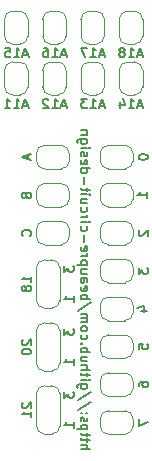
<source format=gbo>
%TF.GenerationSoftware,KiCad,Pcbnew,(6.0.2)*%
%TF.CreationDate,2022-03-14T15:32:47-04:00*%
%TF.ProjectId,23XX-Adapter,32335858-2d41-4646-9170-7465722e6b69,2*%
%TF.SameCoordinates,Original*%
%TF.FileFunction,Legend,Bot*%
%TF.FilePolarity,Positive*%
%FSLAX46Y46*%
G04 Gerber Fmt 4.6, Leading zero omitted, Abs format (unit mm)*
G04 Created by KiCad (PCBNEW (6.0.2)) date 2022-03-14 15:32:47*
%MOMM*%
%LPD*%
G01*
G04 APERTURE LIST*
G04 Aperture macros list*
%AMFreePoly0*
4,1,22,0.500000,-0.750000,0.000000,-0.750000,0.000000,-0.745033,-0.079941,-0.743568,-0.215256,-0.701293,-0.333266,-0.622738,-0.424486,-0.514219,-0.481581,-0.384460,-0.499164,-0.250000,-0.500000,-0.250000,-0.500000,0.250000,-0.499164,0.250000,-0.499963,0.256109,-0.478152,0.396186,-0.417904,0.524511,-0.324060,0.630769,-0.204165,0.706417,-0.067858,0.745374,0.000000,0.744959,0.000000,0.750000,
0.500000,0.750000,0.500000,-0.750000,0.500000,-0.750000,$1*%
%AMFreePoly1*
4,1,20,0.000000,0.744959,0.073905,0.744508,0.209726,0.703889,0.328688,0.626782,0.421226,0.519385,0.479903,0.390333,0.500000,0.250000,0.500000,-0.250000,0.499851,-0.262216,0.476331,-0.402017,0.414519,-0.529596,0.319384,-0.634700,0.198574,-0.708877,0.061801,-0.746166,0.000000,-0.745033,0.000000,-0.750000,-0.500000,-0.750000,-0.500000,0.750000,0.000000,0.750000,0.000000,0.744959,
0.000000,0.744959,$1*%
%AMFreePoly2*
4,1,22,0.550000,-0.750000,0.000000,-0.750000,0.000000,-0.745033,-0.079941,-0.743568,-0.215256,-0.701293,-0.333266,-0.622738,-0.424486,-0.514219,-0.481581,-0.384460,-0.499164,-0.250000,-0.500000,-0.250000,-0.500000,0.250000,-0.499164,0.250000,-0.499963,0.256109,-0.478152,0.396186,-0.417904,0.524511,-0.324060,0.630769,-0.204165,0.706417,-0.067858,0.745374,0.000000,0.744959,0.000000,0.750000,
0.550000,0.750000,0.550000,-0.750000,0.550000,-0.750000,$1*%
%AMFreePoly3*
4,1,20,0.000000,0.744959,0.073905,0.744508,0.209726,0.703889,0.328688,0.626782,0.421226,0.519385,0.479903,0.390333,0.500000,0.250000,0.500000,-0.250000,0.499851,-0.262216,0.476331,-0.402017,0.414519,-0.529596,0.319384,-0.634700,0.198574,-0.708877,0.061801,-0.746166,0.000000,-0.745033,0.000000,-0.750000,-0.550000,-0.750000,-0.550000,0.750000,0.000000,0.750000,0.000000,0.744959,
0.000000,0.744959,$1*%
G04 Aperture macros list end*
%ADD10C,0.152400*%
%ADD11C,0.151400*%
%ADD12C,0.120000*%
%ADD13C,1.600000*%
%ADD14O,1.600000X1.600000*%
%ADD15O,1.000000X1.000000*%
%ADD16R,1.000000X1.000000*%
%ADD17FreePoly0,180.000000*%
%ADD18FreePoly1,180.000000*%
%ADD19FreePoly2,90.000000*%
%ADD20R,1.500000X1.000000*%
%ADD21FreePoly3,90.000000*%
%ADD22FreePoly0,270.000000*%
%ADD23FreePoly1,270.000000*%
%ADD24FreePoly0,90.000000*%
%ADD25FreePoly1,90.000000*%
G04 APERTURE END LIST*
D10*
X153154895Y-110739067D02*
X153154895Y-111280934D01*
X153967695Y-110932591D01*
X143641942Y-91833200D02*
X143680647Y-91949314D01*
X143719352Y-91988019D01*
X143796761Y-92026723D01*
X143912876Y-92026723D01*
X143990285Y-91988019D01*
X144028990Y-91949314D01*
X144067695Y-91871904D01*
X144067695Y-91562266D01*
X143254895Y-91562266D01*
X143254895Y-91833200D01*
X143293600Y-91910609D01*
X143332304Y-91949314D01*
X143409714Y-91988019D01*
X143487123Y-91988019D01*
X143564533Y-91949314D01*
X143603238Y-91910609D01*
X143641942Y-91833200D01*
X143641942Y-91562266D01*
X143760619Y-84177466D02*
X143373571Y-84177466D01*
X143838028Y-84409695D02*
X143567095Y-83596895D01*
X143296161Y-84409695D01*
X142599476Y-84409695D02*
X143063933Y-84409695D01*
X142831704Y-84409695D02*
X142831704Y-83596895D01*
X142909114Y-83713009D01*
X142986523Y-83790419D01*
X143063933Y-83829123D01*
X141825380Y-84409695D02*
X142289838Y-84409695D01*
X142057609Y-84409695D02*
X142057609Y-83596895D01*
X142135019Y-83713009D01*
X142212428Y-83790419D01*
X142289838Y-83829123D01*
X153154895Y-104783524D02*
X153154895Y-104396477D01*
X153541942Y-104357772D01*
X153503238Y-104396477D01*
X153464533Y-104473886D01*
X153464533Y-104667410D01*
X153503238Y-104744820D01*
X153541942Y-104783524D01*
X153619352Y-104822229D01*
X153812876Y-104822229D01*
X153890285Y-104783524D01*
X153928990Y-104744820D01*
X153967695Y-104667410D01*
X153967695Y-104473886D01*
X153928990Y-104396477D01*
X153890285Y-104357772D01*
X153867695Y-91982229D02*
X153867695Y-91517772D01*
X153867695Y-91750001D02*
X153054895Y-91750001D01*
X153171009Y-91672591D01*
X153248419Y-91595181D01*
X153287123Y-91517772D01*
X153232304Y-94727772D02*
X153193600Y-94766477D01*
X153154895Y-94843886D01*
X153154895Y-95037410D01*
X153193600Y-95114820D01*
X153232304Y-95153524D01*
X153309714Y-95192229D01*
X153387123Y-95192229D01*
X153503238Y-95153524D01*
X153967695Y-94689067D01*
X153967695Y-95192229D01*
X148249804Y-113263609D02*
X149062604Y-113263609D01*
X148249804Y-112915266D02*
X148675557Y-112915266D01*
X148752966Y-112953971D01*
X148791671Y-113031380D01*
X148791671Y-113147495D01*
X148752966Y-113224904D01*
X148714261Y-113263609D01*
X148791671Y-112644333D02*
X148791671Y-112334695D01*
X149062604Y-112528219D02*
X148365919Y-112528219D01*
X148288509Y-112489514D01*
X148249804Y-112412104D01*
X148249804Y-112334695D01*
X148791671Y-112179876D02*
X148791671Y-111870238D01*
X149062604Y-112063761D02*
X148365919Y-112063761D01*
X148288509Y-112025057D01*
X148249804Y-111947647D01*
X148249804Y-111870238D01*
X148791671Y-111599304D02*
X147978871Y-111599304D01*
X148752966Y-111599304D02*
X148791671Y-111521895D01*
X148791671Y-111367076D01*
X148752966Y-111289666D01*
X148714261Y-111250961D01*
X148636852Y-111212257D01*
X148404623Y-111212257D01*
X148327214Y-111250961D01*
X148288509Y-111289666D01*
X148249804Y-111367076D01*
X148249804Y-111521895D01*
X148288509Y-111599304D01*
X148288509Y-110902619D02*
X148249804Y-110825209D01*
X148249804Y-110670390D01*
X148288509Y-110592980D01*
X148365919Y-110554276D01*
X148404623Y-110554276D01*
X148482033Y-110592980D01*
X148520738Y-110670390D01*
X148520738Y-110786504D01*
X148559442Y-110863914D01*
X148636852Y-110902619D01*
X148675557Y-110902619D01*
X148752966Y-110863914D01*
X148791671Y-110786504D01*
X148791671Y-110670390D01*
X148752966Y-110592980D01*
X148327214Y-110205933D02*
X148288509Y-110167228D01*
X148249804Y-110205933D01*
X148288509Y-110244638D01*
X148327214Y-110205933D01*
X148249804Y-110205933D01*
X148752966Y-110205933D02*
X148714261Y-110167228D01*
X148675557Y-110205933D01*
X148714261Y-110244638D01*
X148752966Y-110205933D01*
X148675557Y-110205933D01*
X149101309Y-109238314D02*
X148056280Y-109935000D01*
X149101309Y-108386809D02*
X148056280Y-109083495D01*
X148791671Y-107767533D02*
X148133690Y-107767533D01*
X148056280Y-107806238D01*
X148017576Y-107844942D01*
X147978871Y-107922352D01*
X147978871Y-108038466D01*
X148017576Y-108115876D01*
X148288509Y-107767533D02*
X148249804Y-107844942D01*
X148249804Y-107999761D01*
X148288509Y-108077171D01*
X148327214Y-108115876D01*
X148404623Y-108154580D01*
X148636852Y-108154580D01*
X148714261Y-108115876D01*
X148752966Y-108077171D01*
X148791671Y-107999761D01*
X148791671Y-107844942D01*
X148752966Y-107767533D01*
X148249804Y-107380485D02*
X148791671Y-107380485D01*
X149062604Y-107380485D02*
X149023900Y-107419190D01*
X148985195Y-107380485D01*
X149023900Y-107341780D01*
X149062604Y-107380485D01*
X148985195Y-107380485D01*
X148791671Y-107109552D02*
X148791671Y-106799914D01*
X149062604Y-106993438D02*
X148365919Y-106993438D01*
X148288509Y-106954733D01*
X148249804Y-106877323D01*
X148249804Y-106799914D01*
X148249804Y-106528980D02*
X149062604Y-106528980D01*
X148249804Y-106180638D02*
X148675557Y-106180638D01*
X148752966Y-106219342D01*
X148791671Y-106296752D01*
X148791671Y-106412866D01*
X148752966Y-106490276D01*
X148714261Y-106528980D01*
X148791671Y-105445247D02*
X148249804Y-105445247D01*
X148791671Y-105793590D02*
X148365919Y-105793590D01*
X148288509Y-105754885D01*
X148249804Y-105677476D01*
X148249804Y-105561361D01*
X148288509Y-105483952D01*
X148327214Y-105445247D01*
X148249804Y-105058200D02*
X149062604Y-105058200D01*
X148752966Y-105058200D02*
X148791671Y-104980790D01*
X148791671Y-104825971D01*
X148752966Y-104748561D01*
X148714261Y-104709857D01*
X148636852Y-104671152D01*
X148404623Y-104671152D01*
X148327214Y-104709857D01*
X148288509Y-104748561D01*
X148249804Y-104825971D01*
X148249804Y-104980790D01*
X148288509Y-105058200D01*
X148327214Y-104322809D02*
X148288509Y-104284104D01*
X148249804Y-104322809D01*
X148288509Y-104361514D01*
X148327214Y-104322809D01*
X148249804Y-104322809D01*
X148288509Y-103587419D02*
X148249804Y-103664828D01*
X148249804Y-103819647D01*
X148288509Y-103897057D01*
X148327214Y-103935761D01*
X148404623Y-103974466D01*
X148636852Y-103974466D01*
X148714261Y-103935761D01*
X148752966Y-103897057D01*
X148791671Y-103819647D01*
X148791671Y-103664828D01*
X148752966Y-103587419D01*
X148249804Y-103122961D02*
X148288509Y-103200371D01*
X148327214Y-103239076D01*
X148404623Y-103277780D01*
X148636852Y-103277780D01*
X148714261Y-103239076D01*
X148752966Y-103200371D01*
X148791671Y-103122961D01*
X148791671Y-103006847D01*
X148752966Y-102929438D01*
X148714261Y-102890733D01*
X148636852Y-102852028D01*
X148404623Y-102852028D01*
X148327214Y-102890733D01*
X148288509Y-102929438D01*
X148249804Y-103006847D01*
X148249804Y-103122961D01*
X148249804Y-102503685D02*
X148791671Y-102503685D01*
X148714261Y-102503685D02*
X148752966Y-102464980D01*
X148791671Y-102387571D01*
X148791671Y-102271457D01*
X148752966Y-102194047D01*
X148675557Y-102155342D01*
X148249804Y-102155342D01*
X148675557Y-102155342D02*
X148752966Y-102116638D01*
X148791671Y-102039228D01*
X148791671Y-101923114D01*
X148752966Y-101845704D01*
X148675557Y-101807000D01*
X148249804Y-101807000D01*
X149101309Y-100839380D02*
X148056280Y-101536066D01*
X148249804Y-100568447D02*
X149062604Y-100568447D01*
X148752966Y-100568447D02*
X148791671Y-100491038D01*
X148791671Y-100336219D01*
X148752966Y-100258809D01*
X148714261Y-100220104D01*
X148636852Y-100181400D01*
X148404623Y-100181400D01*
X148327214Y-100220104D01*
X148288509Y-100258809D01*
X148249804Y-100336219D01*
X148249804Y-100491038D01*
X148288509Y-100568447D01*
X148288509Y-99523419D02*
X148249804Y-99600828D01*
X148249804Y-99755647D01*
X148288509Y-99833057D01*
X148365919Y-99871761D01*
X148675557Y-99871761D01*
X148752966Y-99833057D01*
X148791671Y-99755647D01*
X148791671Y-99600828D01*
X148752966Y-99523419D01*
X148675557Y-99484714D01*
X148598147Y-99484714D01*
X148520738Y-99871761D01*
X148249804Y-98788028D02*
X148675557Y-98788028D01*
X148752966Y-98826733D01*
X148791671Y-98904142D01*
X148791671Y-99058961D01*
X148752966Y-99136371D01*
X148288509Y-98788028D02*
X148249804Y-98865438D01*
X148249804Y-99058961D01*
X148288509Y-99136371D01*
X148365919Y-99175076D01*
X148443328Y-99175076D01*
X148520738Y-99136371D01*
X148559442Y-99058961D01*
X148559442Y-98865438D01*
X148598147Y-98788028D01*
X148791671Y-98052638D02*
X148249804Y-98052638D01*
X148791671Y-98400980D02*
X148365919Y-98400980D01*
X148288509Y-98362276D01*
X148249804Y-98284866D01*
X148249804Y-98168752D01*
X148288509Y-98091342D01*
X148327214Y-98052638D01*
X148791671Y-97665590D02*
X147978871Y-97665590D01*
X148752966Y-97665590D02*
X148791671Y-97588180D01*
X148791671Y-97433361D01*
X148752966Y-97355952D01*
X148714261Y-97317247D01*
X148636852Y-97278542D01*
X148404623Y-97278542D01*
X148327214Y-97317247D01*
X148288509Y-97355952D01*
X148249804Y-97433361D01*
X148249804Y-97588180D01*
X148288509Y-97665590D01*
X148249804Y-96930200D02*
X148791671Y-96930200D01*
X148636852Y-96930200D02*
X148714261Y-96891495D01*
X148752966Y-96852790D01*
X148791671Y-96775380D01*
X148791671Y-96697971D01*
X148288509Y-96117400D02*
X148249804Y-96194809D01*
X148249804Y-96349628D01*
X148288509Y-96427038D01*
X148365919Y-96465742D01*
X148675557Y-96465742D01*
X148752966Y-96427038D01*
X148791671Y-96349628D01*
X148791671Y-96194809D01*
X148752966Y-96117400D01*
X148675557Y-96078695D01*
X148598147Y-96078695D01*
X148520738Y-96465742D01*
X148559442Y-95730352D02*
X148559442Y-95111076D01*
X148288509Y-94375685D02*
X148249804Y-94453095D01*
X148249804Y-94607914D01*
X148288509Y-94685323D01*
X148327214Y-94724028D01*
X148404623Y-94762733D01*
X148636852Y-94762733D01*
X148714261Y-94724028D01*
X148752966Y-94685323D01*
X148791671Y-94607914D01*
X148791671Y-94453095D01*
X148752966Y-94375685D01*
X148249804Y-94027342D02*
X148791671Y-94027342D01*
X149062604Y-94027342D02*
X149023900Y-94066047D01*
X148985195Y-94027342D01*
X149023900Y-93988638D01*
X149062604Y-94027342D01*
X148985195Y-94027342D01*
X148249804Y-93640295D02*
X148791671Y-93640295D01*
X148636852Y-93640295D02*
X148714261Y-93601590D01*
X148752966Y-93562885D01*
X148791671Y-93485476D01*
X148791671Y-93408066D01*
X148288509Y-92788790D02*
X148249804Y-92866200D01*
X148249804Y-93021019D01*
X148288509Y-93098428D01*
X148327214Y-93137133D01*
X148404623Y-93175838D01*
X148636852Y-93175838D01*
X148714261Y-93137133D01*
X148752966Y-93098428D01*
X148791671Y-93021019D01*
X148791671Y-92866200D01*
X148752966Y-92788790D01*
X148791671Y-92092104D02*
X148249804Y-92092104D01*
X148791671Y-92440447D02*
X148365919Y-92440447D01*
X148288509Y-92401742D01*
X148249804Y-92324333D01*
X148249804Y-92208219D01*
X148288509Y-92130809D01*
X148327214Y-92092104D01*
X148249804Y-91705057D02*
X148791671Y-91705057D01*
X149062604Y-91705057D02*
X149023900Y-91743761D01*
X148985195Y-91705057D01*
X149023900Y-91666352D01*
X149062604Y-91705057D01*
X148985195Y-91705057D01*
X148791671Y-91434123D02*
X148791671Y-91124485D01*
X149062604Y-91318009D02*
X148365919Y-91318009D01*
X148288509Y-91279304D01*
X148249804Y-91201895D01*
X148249804Y-91124485D01*
X148559442Y-90853552D02*
X148559442Y-90234276D01*
X148249804Y-89498885D02*
X149062604Y-89498885D01*
X148288509Y-89498885D02*
X148249804Y-89576295D01*
X148249804Y-89731114D01*
X148288509Y-89808523D01*
X148327214Y-89847228D01*
X148404623Y-89885933D01*
X148636852Y-89885933D01*
X148714261Y-89847228D01*
X148752966Y-89808523D01*
X148791671Y-89731114D01*
X148791671Y-89576295D01*
X148752966Y-89498885D01*
X148288509Y-88802200D02*
X148249804Y-88879609D01*
X148249804Y-89034428D01*
X148288509Y-89111838D01*
X148365919Y-89150542D01*
X148675557Y-89150542D01*
X148752966Y-89111838D01*
X148791671Y-89034428D01*
X148791671Y-88879609D01*
X148752966Y-88802200D01*
X148675557Y-88763495D01*
X148598147Y-88763495D01*
X148520738Y-89150542D01*
X148288509Y-88453857D02*
X148249804Y-88376447D01*
X148249804Y-88221628D01*
X148288509Y-88144219D01*
X148365919Y-88105514D01*
X148404623Y-88105514D01*
X148482033Y-88144219D01*
X148520738Y-88221628D01*
X148520738Y-88337742D01*
X148559442Y-88415152D01*
X148636852Y-88453857D01*
X148675557Y-88453857D01*
X148752966Y-88415152D01*
X148791671Y-88337742D01*
X148791671Y-88221628D01*
X148752966Y-88144219D01*
X148249804Y-87757171D02*
X148791671Y-87757171D01*
X149062604Y-87757171D02*
X149023900Y-87795876D01*
X148985195Y-87757171D01*
X149023900Y-87718466D01*
X149062604Y-87757171D01*
X148985195Y-87757171D01*
X148791671Y-87021780D02*
X148133690Y-87021780D01*
X148056280Y-87060485D01*
X148017576Y-87099190D01*
X147978871Y-87176600D01*
X147978871Y-87292714D01*
X148017576Y-87370123D01*
X148288509Y-87021780D02*
X148249804Y-87099190D01*
X148249804Y-87254009D01*
X148288509Y-87331419D01*
X148327214Y-87370123D01*
X148404623Y-87408828D01*
X148636852Y-87408828D01*
X148714261Y-87370123D01*
X148752966Y-87331419D01*
X148791671Y-87254009D01*
X148791671Y-87099190D01*
X148752966Y-87021780D01*
X148791671Y-86634733D02*
X148249804Y-86634733D01*
X148714261Y-86634733D02*
X148752966Y-86596028D01*
X148791671Y-86518619D01*
X148791671Y-86402504D01*
X148752966Y-86325095D01*
X148675557Y-86286390D01*
X148249804Y-86286390D01*
X153474619Y-84177466D02*
X153087571Y-84177466D01*
X153552028Y-84409695D02*
X153281095Y-83596895D01*
X153010161Y-84409695D01*
X152313476Y-84409695D02*
X152777933Y-84409695D01*
X152545704Y-84409695D02*
X152545704Y-83596895D01*
X152623114Y-83713009D01*
X152700523Y-83790419D01*
X152777933Y-83829123D01*
X151616790Y-83867828D02*
X151616790Y-84409695D01*
X151810314Y-83558190D02*
X152003838Y-84138761D01*
X151500676Y-84138761D01*
X143990285Y-95211580D02*
X144028990Y-95172876D01*
X144067695Y-95056761D01*
X144067695Y-94979352D01*
X144028990Y-94863238D01*
X143951580Y-94785828D01*
X143874171Y-94747123D01*
X143719352Y-94708419D01*
X143603238Y-94708419D01*
X143448419Y-94747123D01*
X143371009Y-94785828D01*
X143293600Y-94863238D01*
X143254895Y-94979352D01*
X143254895Y-95056761D01*
X143293600Y-95172876D01*
X143332304Y-95211580D01*
X143332304Y-103994147D02*
X143293600Y-104032852D01*
X143254895Y-104110262D01*
X143254895Y-104303785D01*
X143293600Y-104381195D01*
X143332304Y-104419900D01*
X143409714Y-104458604D01*
X143487123Y-104458604D01*
X143603238Y-104419900D01*
X144067695Y-103955443D01*
X144067695Y-104458604D01*
X143254895Y-104961766D02*
X143254895Y-105039176D01*
X143293600Y-105116585D01*
X143332304Y-105155290D01*
X143409714Y-105193995D01*
X143564533Y-105232700D01*
X143758057Y-105232700D01*
X143912876Y-105193995D01*
X143990285Y-105155290D01*
X144028990Y-105116585D01*
X144067695Y-105039176D01*
X144067695Y-104961766D01*
X144028990Y-104884357D01*
X143990285Y-104845652D01*
X143912876Y-104806947D01*
X143758057Y-104768243D01*
X143564533Y-104768243D01*
X143409714Y-104806947D01*
X143332304Y-104845652D01*
X143293600Y-104884357D01*
X143254895Y-104961766D01*
X143760619Y-79859466D02*
X143373571Y-79859466D01*
X143838028Y-80091695D02*
X143567095Y-79278895D01*
X143296161Y-80091695D01*
X142599476Y-80091695D02*
X143063933Y-80091695D01*
X142831704Y-80091695D02*
X142831704Y-79278895D01*
X142909114Y-79395009D01*
X142986523Y-79472419D01*
X143063933Y-79511123D01*
X141864085Y-79278895D02*
X142251133Y-79278895D01*
X142289838Y-79665942D01*
X142251133Y-79627238D01*
X142173723Y-79588533D01*
X141980200Y-79588533D01*
X141902790Y-79627238D01*
X141864085Y-79665942D01*
X141825380Y-79743352D01*
X141825380Y-79936876D01*
X141864085Y-80014285D01*
X141902790Y-80052990D01*
X141980200Y-80091695D01*
X142173723Y-80091695D01*
X142251133Y-80052990D01*
X142289838Y-80014285D01*
X153154895Y-107954820D02*
X153154895Y-107800001D01*
X153193600Y-107722591D01*
X153232304Y-107683886D01*
X153348419Y-107606477D01*
X153503238Y-107567772D01*
X153812876Y-107567772D01*
X153890285Y-107606477D01*
X153928990Y-107645181D01*
X153967695Y-107722591D01*
X153967695Y-107877410D01*
X153928990Y-107954820D01*
X153890285Y-107993524D01*
X153812876Y-108032229D01*
X153619352Y-108032229D01*
X153541942Y-107993524D01*
X153503238Y-107954820D01*
X153464533Y-107877410D01*
X153464533Y-107722591D01*
X153503238Y-107645181D01*
X153541942Y-107606477D01*
X153619352Y-107567772D01*
X153325828Y-101534820D02*
X153867695Y-101534820D01*
X153016190Y-101341296D02*
X153596761Y-101147772D01*
X153596761Y-101650934D01*
X146998619Y-84177466D02*
X146611571Y-84177466D01*
X147076028Y-84409695D02*
X146805095Y-83596895D01*
X146534161Y-84409695D01*
X145837476Y-84409695D02*
X146301933Y-84409695D01*
X146069704Y-84409695D02*
X146069704Y-83596895D01*
X146147114Y-83713009D01*
X146224523Y-83790419D01*
X146301933Y-83829123D01*
X145527838Y-83674304D02*
X145489133Y-83635600D01*
X145411723Y-83596895D01*
X145218200Y-83596895D01*
X145140790Y-83635600D01*
X145102085Y-83674304D01*
X145063380Y-83751714D01*
X145063380Y-83829123D01*
X145102085Y-83945238D01*
X145566542Y-84409695D01*
X145063380Y-84409695D01*
X144067695Y-99129177D02*
X144067695Y-98664720D01*
X144067695Y-98896949D02*
X143254895Y-98896949D01*
X143371009Y-98819539D01*
X143448419Y-98742130D01*
X143487123Y-98664720D01*
X143603238Y-99593635D02*
X143564533Y-99516225D01*
X143525828Y-99477520D01*
X143448419Y-99438816D01*
X143409714Y-99438816D01*
X143332304Y-99477520D01*
X143293600Y-99516225D01*
X143254895Y-99593635D01*
X143254895Y-99748454D01*
X143293600Y-99825863D01*
X143332304Y-99864568D01*
X143409714Y-99903273D01*
X143448419Y-99903273D01*
X143525828Y-99864568D01*
X143564533Y-99825863D01*
X143603238Y-99748454D01*
X143603238Y-99593635D01*
X143641942Y-99516225D01*
X143680647Y-99477520D01*
X143758057Y-99438816D01*
X143912876Y-99438816D01*
X143990285Y-99477520D01*
X144028990Y-99516225D01*
X144067695Y-99593635D01*
X144067695Y-99748454D01*
X144028990Y-99825863D01*
X143990285Y-99864568D01*
X143912876Y-99903273D01*
X143758057Y-99903273D01*
X143680647Y-99864568D01*
X143641942Y-99825863D01*
X143603238Y-99748454D01*
X150236619Y-84177466D02*
X149849571Y-84177466D01*
X150314028Y-84409695D02*
X150043095Y-83596895D01*
X149772161Y-84409695D01*
X149075476Y-84409695D02*
X149539933Y-84409695D01*
X149307704Y-84409695D02*
X149307704Y-83596895D01*
X149385114Y-83713009D01*
X149462523Y-83790419D01*
X149539933Y-83829123D01*
X148804542Y-83596895D02*
X148301380Y-83596895D01*
X148572314Y-83906533D01*
X148456200Y-83906533D01*
X148378790Y-83945238D01*
X148340085Y-83983942D01*
X148301380Y-84061352D01*
X148301380Y-84254876D01*
X148340085Y-84332285D01*
X148378790Y-84370990D01*
X148456200Y-84409695D01*
X148688428Y-84409695D01*
X148765838Y-84370990D01*
X148804542Y-84332285D01*
X146998619Y-79859466D02*
X146611571Y-79859466D01*
X147076028Y-80091695D02*
X146805095Y-79278895D01*
X146534161Y-80091695D01*
X145837476Y-80091695D02*
X146301933Y-80091695D01*
X146069704Y-80091695D02*
X146069704Y-79278895D01*
X146147114Y-79395009D01*
X146224523Y-79472419D01*
X146301933Y-79511123D01*
X145140790Y-79278895D02*
X145295609Y-79278895D01*
X145373019Y-79317600D01*
X145411723Y-79356304D01*
X145489133Y-79472419D01*
X145527838Y-79627238D01*
X145527838Y-79936876D01*
X145489133Y-80014285D01*
X145450428Y-80052990D01*
X145373019Y-80091695D01*
X145218200Y-80091695D01*
X145140790Y-80052990D01*
X145102085Y-80014285D01*
X145063380Y-79936876D01*
X145063380Y-79743352D01*
X145102085Y-79665942D01*
X145140790Y-79627238D01*
X145218200Y-79588533D01*
X145373019Y-79588533D01*
X145450428Y-79627238D01*
X145489133Y-79665942D01*
X145527838Y-79743352D01*
X153474619Y-79859466D02*
X153087571Y-79859466D01*
X153552028Y-80091695D02*
X153281095Y-79278895D01*
X153010161Y-80091695D01*
X152313476Y-80091695D02*
X152777933Y-80091695D01*
X152545704Y-80091695D02*
X152545704Y-79278895D01*
X152623114Y-79395009D01*
X152700523Y-79472419D01*
X152777933Y-79511123D01*
X151849019Y-79627238D02*
X151926428Y-79588533D01*
X151965133Y-79549828D01*
X152003838Y-79472419D01*
X152003838Y-79433714D01*
X151965133Y-79356304D01*
X151926428Y-79317600D01*
X151849019Y-79278895D01*
X151694200Y-79278895D01*
X151616790Y-79317600D01*
X151578085Y-79356304D01*
X151539380Y-79433714D01*
X151539380Y-79472419D01*
X151578085Y-79549828D01*
X151616790Y-79588533D01*
X151694200Y-79627238D01*
X151849019Y-79627238D01*
X151926428Y-79665942D01*
X151965133Y-79704647D01*
X152003838Y-79782057D01*
X152003838Y-79936876D01*
X151965133Y-80014285D01*
X151926428Y-80052990D01*
X151849019Y-80091695D01*
X151694200Y-80091695D01*
X151616790Y-80052990D01*
X151578085Y-80014285D01*
X151539380Y-79936876D01*
X151539380Y-79782057D01*
X151578085Y-79704647D01*
X151616790Y-79665942D01*
X151694200Y-79627238D01*
X143835466Y-88346476D02*
X143835466Y-88733523D01*
X144067695Y-88269066D02*
X143254895Y-88540000D01*
X144067695Y-88810933D01*
X143332304Y-109323575D02*
X143293600Y-109362280D01*
X143254895Y-109439690D01*
X143254895Y-109633213D01*
X143293600Y-109710623D01*
X143332304Y-109749328D01*
X143409714Y-109788032D01*
X143487123Y-109788032D01*
X143603238Y-109749328D01*
X144067695Y-109284871D01*
X144067695Y-109788032D01*
X144067695Y-110562128D02*
X144067695Y-110097671D01*
X144067695Y-110329899D02*
X143254895Y-110329899D01*
X143371009Y-110252490D01*
X143448419Y-110175080D01*
X143487123Y-110097671D01*
D11*
X150236619Y-79860216D02*
X149849571Y-79860216D01*
X150314028Y-80092445D02*
X150043095Y-79279645D01*
X149772161Y-80092445D01*
X149075476Y-80092445D02*
X149539933Y-80092445D01*
X149307704Y-80092445D02*
X149307704Y-79279645D01*
X149385114Y-79395759D01*
X149462523Y-79473169D01*
X149539933Y-79511873D01*
X148804542Y-79279645D02*
X148262676Y-79279645D01*
X148611019Y-80092445D01*
D10*
X153154895Y-88501296D02*
X153154895Y-88578705D01*
X153193600Y-88656115D01*
X153232304Y-88694820D01*
X153309714Y-88733524D01*
X153464533Y-88772229D01*
X153658057Y-88772229D01*
X153812876Y-88733524D01*
X153890285Y-88694820D01*
X153928990Y-88656115D01*
X153967695Y-88578705D01*
X153967695Y-88501296D01*
X153928990Y-88423886D01*
X153890285Y-88385181D01*
X153812876Y-88346477D01*
X153658057Y-88307772D01*
X153464533Y-88307772D01*
X153309714Y-88346477D01*
X153232304Y-88385181D01*
X153193600Y-88423886D01*
X153154895Y-88501296D01*
X153154895Y-97899067D02*
X153154895Y-98402229D01*
X153464533Y-98131296D01*
X153464533Y-98247410D01*
X153503238Y-98324820D01*
X153541942Y-98363524D01*
X153619352Y-98402229D01*
X153812876Y-98402229D01*
X153890285Y-98363524D01*
X153928990Y-98324820D01*
X153967695Y-98247410D01*
X153967695Y-98015181D01*
X153928990Y-97937772D01*
X153890285Y-97899067D01*
X146854895Y-108396917D02*
X146854895Y-108900079D01*
X147164533Y-108629146D01*
X147164533Y-108745260D01*
X147203238Y-108822670D01*
X147241942Y-108861374D01*
X147319352Y-108900079D01*
X147512876Y-108900079D01*
X147590285Y-108861374D01*
X147628990Y-108822670D01*
X147667695Y-108745260D01*
X147667695Y-108513031D01*
X147628990Y-108435622D01*
X147590285Y-108396917D01*
X147667695Y-111450079D02*
X147667695Y-110985622D01*
X147667695Y-111217851D02*
X146854895Y-111217851D01*
X146971009Y-111140441D01*
X147048419Y-111063031D01*
X147087123Y-110985622D01*
X146854895Y-103067489D02*
X146854895Y-103570651D01*
X147164533Y-103299718D01*
X147164533Y-103415832D01*
X147203238Y-103493242D01*
X147241942Y-103531946D01*
X147319352Y-103570651D01*
X147512876Y-103570651D01*
X147590285Y-103531946D01*
X147628990Y-103493242D01*
X147667695Y-103415832D01*
X147667695Y-103183603D01*
X147628990Y-103106194D01*
X147590285Y-103067489D01*
X147667695Y-106120651D02*
X147667695Y-105656194D01*
X147667695Y-105888423D02*
X146854895Y-105888423D01*
X146971009Y-105811013D01*
X147048419Y-105733603D01*
X147087123Y-105656194D01*
X146854895Y-97738062D02*
X146854895Y-98241224D01*
X147164533Y-97970291D01*
X147164533Y-98086405D01*
X147203238Y-98163815D01*
X147241942Y-98202519D01*
X147319352Y-98241224D01*
X147512876Y-98241224D01*
X147590285Y-98202519D01*
X147628990Y-98163815D01*
X147667695Y-98086405D01*
X147667695Y-97854176D01*
X147628990Y-97776767D01*
X147590285Y-97738062D01*
X147667695Y-100791224D02*
X147667695Y-100326767D01*
X147667695Y-100558996D02*
X146854895Y-100558996D01*
X146971009Y-100481586D01*
X147048419Y-100404176D01*
X147087123Y-100326767D01*
D12*
X152000000Y-106800000D02*
X150600000Y-106800000D01*
X152700000Y-108100000D02*
X152700000Y-107500000D01*
X149900000Y-107500000D02*
X149900000Y-108100000D01*
X150600000Y-108800000D02*
X152000000Y-108800000D01*
X152700000Y-107500000D02*
G75*
G03*
X152000000Y-106800000I-699999J1D01*
G01*
X150600000Y-106800000D02*
G75*
G03*
X149900000Y-107500000I-1J-699999D01*
G01*
X152000000Y-108800000D02*
G75*
G03*
X152700000Y-108100000I1J699999D01*
G01*
X149900000Y-108100000D02*
G75*
G03*
X150600000Y-108800000I699999J-1D01*
G01*
X152000000Y-93960000D02*
X150600000Y-93960000D01*
X150600000Y-95960000D02*
X152000000Y-95960000D01*
X152700000Y-95260000D02*
X152700000Y-94660000D01*
X149900000Y-94660000D02*
X149900000Y-95260000D01*
X150600000Y-93960000D02*
G75*
G03*
X149900000Y-94660000I-1J-699999D01*
G01*
X149900000Y-95260000D02*
G75*
G03*
X150600000Y-95960000I699999J-1D01*
G01*
X152000000Y-95960000D02*
G75*
G03*
X152700000Y-95260000I1J699999D01*
G01*
X152700000Y-94660000D02*
G75*
G03*
X152000000Y-93960000I-699999J1D01*
G01*
X152000000Y-103590000D02*
X150600000Y-103590000D01*
X149900000Y-104290000D02*
X149900000Y-104890000D01*
X150600000Y-105590000D02*
X152000000Y-105590000D01*
X152700000Y-104890000D02*
X152700000Y-104290000D01*
X149900000Y-104890000D02*
G75*
G03*
X150600000Y-105590000I699999J-1D01*
G01*
X152000000Y-105590000D02*
G75*
G03*
X152700000Y-104890000I1J699999D01*
G01*
X150600000Y-103590000D02*
G75*
G03*
X149900000Y-104290000I-1J-699999D01*
G01*
X152700000Y-104290000D02*
G75*
G03*
X152000000Y-103590000I-699999J1D01*
G01*
X146500000Y-111342852D02*
X146500000Y-108542852D01*
X145800000Y-107892852D02*
X145200000Y-107892852D01*
X145200000Y-111992852D02*
X145800000Y-111992852D01*
X144500000Y-108542852D02*
X144500000Y-111342852D01*
X145800000Y-111992852D02*
G75*
G03*
X146500000Y-111292852I1J699999D01*
G01*
X146500000Y-108592852D02*
G75*
G03*
X145800000Y-107892852I-699999J1D01*
G01*
X145200000Y-107892852D02*
G75*
G03*
X144500000Y-108592852I-1J-699999D01*
G01*
X144500000Y-111292852D02*
G75*
G03*
X145200000Y-111992852I699999J-1D01*
G01*
X146331000Y-76180000D02*
X145731000Y-76180000D01*
X145031000Y-76880000D02*
X145031000Y-78280000D01*
X145731000Y-78980000D02*
X146331000Y-78980000D01*
X147031000Y-78280000D02*
X147031000Y-76880000D01*
X145031000Y-78280000D02*
G75*
G03*
X145731000Y-78980000I699999J-1D01*
G01*
X146331000Y-78980000D02*
G75*
G03*
X147031000Y-78280000I1J699999D01*
G01*
X145731000Y-76180000D02*
G75*
G03*
X145031000Y-76880000I-1J-699999D01*
G01*
X147031000Y-76880000D02*
G75*
G03*
X146331000Y-76180000I-699999J1D01*
G01*
X145800000Y-102563424D02*
X145200000Y-102563424D01*
X146500000Y-106013424D02*
X146500000Y-103213424D01*
X144500000Y-103213424D02*
X144500000Y-106013424D01*
X145200000Y-106663424D02*
X145800000Y-106663424D01*
X145800000Y-106663424D02*
G75*
G03*
X146500000Y-105963424I1J699999D01*
G01*
X144500000Y-105963424D02*
G75*
G03*
X145200000Y-106663424I699999J-1D01*
G01*
X146500000Y-103263424D02*
G75*
G03*
X145800000Y-102563424I-699999J1D01*
G01*
X145200000Y-102563424D02*
G75*
G03*
X144500000Y-103263424I-1J-699999D01*
G01*
X152700000Y-88840000D02*
X152700000Y-88240000D01*
X152000000Y-87540000D02*
X150600000Y-87540000D01*
X149900000Y-88240000D02*
X149900000Y-88840000D01*
X150600000Y-89540000D02*
X152000000Y-89540000D01*
X150600000Y-87540000D02*
G75*
G03*
X149900000Y-88240000I-1J-699999D01*
G01*
X149900000Y-88840000D02*
G75*
G03*
X150600000Y-89540000I699999J-1D01*
G01*
X152700000Y-88240000D02*
G75*
G03*
X152000000Y-87540000I-699999J1D01*
G01*
X152000000Y-89540000D02*
G75*
G03*
X152700000Y-88840000I1J699999D01*
G01*
X152700000Y-101680000D02*
X152700000Y-101080000D01*
X152000000Y-100380000D02*
X150600000Y-100380000D01*
X149900000Y-101080000D02*
X149900000Y-101680000D01*
X150600000Y-102380000D02*
X152000000Y-102380000D01*
X150600000Y-100380000D02*
G75*
G03*
X149900000Y-101080000I-1J-699999D01*
G01*
X152700000Y-101080000D02*
G75*
G03*
X152000000Y-100380000I-699999J1D01*
G01*
X152000000Y-102380000D02*
G75*
G03*
X152700000Y-101680000I1J699999D01*
G01*
X149900000Y-101680000D02*
G75*
G03*
X150600000Y-102380000I699999J-1D01*
G01*
X144500000Y-97883997D02*
X144500000Y-100683997D01*
X145200000Y-101333997D02*
X145800000Y-101333997D01*
X146500000Y-100683997D02*
X146500000Y-97883997D01*
X145800000Y-97233997D02*
X145200000Y-97233997D01*
X145800000Y-101333997D02*
G75*
G03*
X146500000Y-100633997I1J699999D01*
G01*
X144500000Y-100633997D02*
G75*
G03*
X145200000Y-101333997I699999J-1D01*
G01*
X145200000Y-97233997D02*
G75*
G03*
X144500000Y-97933997I-1J-699999D01*
G01*
X146500000Y-97933997D02*
G75*
G03*
X145800000Y-97233997I-699999J1D01*
G01*
X149900000Y-91450000D02*
X149900000Y-92050000D01*
X150600000Y-92750000D02*
X152000000Y-92750000D01*
X152000000Y-90750000D02*
X150600000Y-90750000D01*
X152700000Y-92050000D02*
X152700000Y-91450000D01*
X149900000Y-92050000D02*
G75*
G03*
X150600000Y-92750000I699999J-1D01*
G01*
X152700000Y-91450000D02*
G75*
G03*
X152000000Y-90750000I-699999J1D01*
G01*
X150600000Y-90750000D02*
G75*
G03*
X149900000Y-91450000I-1J-699999D01*
G01*
X152000000Y-92750000D02*
G75*
G03*
X152700000Y-92050000I1J699999D01*
G01*
X152207000Y-83283000D02*
X152807000Y-83283000D01*
X152807000Y-80483000D02*
X152207000Y-80483000D01*
X153507000Y-82583000D02*
X153507000Y-81183000D01*
X151507000Y-81183000D02*
X151507000Y-82583000D01*
X151507000Y-82583000D02*
G75*
G03*
X152207000Y-83283000I699999J-1D01*
G01*
X152207000Y-80483000D02*
G75*
G03*
X151507000Y-81183000I-1J-699999D01*
G01*
X153507000Y-81183000D02*
G75*
G03*
X152807000Y-80483000I-699999J1D01*
G01*
X152807000Y-83283000D02*
G75*
G03*
X153507000Y-82583000I1J699999D01*
G01*
X145200000Y-89540000D02*
X146600000Y-89540000D01*
X147300000Y-88840000D02*
X147300000Y-88240000D01*
X146600000Y-87540000D02*
X145200000Y-87540000D01*
X144500000Y-88240000D02*
X144500000Y-88840000D01*
X147300000Y-88240000D02*
G75*
G03*
X146600000Y-87540000I-699999J1D01*
G01*
X144500000Y-88840000D02*
G75*
G03*
X145200000Y-89540000I699999J-1D01*
G01*
X145200000Y-87540000D02*
G75*
G03*
X144500000Y-88240000I-1J-699999D01*
G01*
X146600000Y-89540000D02*
G75*
G03*
X147300000Y-88840000I1J699999D01*
G01*
X146600000Y-90775143D02*
X145200000Y-90775143D01*
X144500000Y-91475143D02*
X144500000Y-92075143D01*
X147300000Y-92075143D02*
X147300000Y-91475143D01*
X145200000Y-92775143D02*
X146600000Y-92775143D01*
X145200000Y-90775143D02*
G75*
G03*
X144500000Y-91475143I-1J-699999D01*
G01*
X147300000Y-91475143D02*
G75*
G03*
X146600000Y-90775143I-699999J1D01*
G01*
X146600000Y-92775143D02*
G75*
G03*
X147300000Y-92075143I1J699999D01*
G01*
X144500000Y-92075143D02*
G75*
G03*
X145200000Y-92775143I699999J-1D01*
G01*
X152000000Y-97170000D02*
X150600000Y-97170000D01*
X150600000Y-99170000D02*
X152000000Y-99170000D01*
X152700000Y-98470000D02*
X152700000Y-97870000D01*
X149900000Y-97870000D02*
X149900000Y-98470000D01*
X150600000Y-97170000D02*
G75*
G03*
X149900000Y-97870000I-1J-699999D01*
G01*
X149900000Y-98470000D02*
G75*
G03*
X150600000Y-99170000I699999J-1D01*
G01*
X152700000Y-97870000D02*
G75*
G03*
X152000000Y-97170000I-699999J1D01*
G01*
X152000000Y-99170000D02*
G75*
G03*
X152700000Y-98470000I1J699999D01*
G01*
X146600000Y-93960000D02*
X145200000Y-93960000D01*
X144500000Y-94660000D02*
X144500000Y-95260000D01*
X145200000Y-95960000D02*
X146600000Y-95960000D01*
X147300000Y-95260000D02*
X147300000Y-94660000D01*
X147300000Y-94660000D02*
G75*
G03*
X146600000Y-93960000I-699999J1D01*
G01*
X144500000Y-95260000D02*
G75*
G03*
X145200000Y-95960000I699999J-1D01*
G01*
X145200000Y-93960000D02*
G75*
G03*
X144500000Y-94660000I-1J-699999D01*
G01*
X146600000Y-95960000D02*
G75*
G03*
X147300000Y-95260000I1J699999D01*
G01*
X152207000Y-78980000D02*
X152807000Y-78980000D01*
X152807000Y-76180000D02*
X152207000Y-76180000D01*
X153507000Y-78280000D02*
X153507000Y-76880000D01*
X151507000Y-76880000D02*
X151507000Y-78280000D01*
X151507000Y-78280000D02*
G75*
G03*
X152207000Y-78980000I699999J-1D01*
G01*
X152207000Y-76180000D02*
G75*
G03*
X151507000Y-76880000I-1J-699999D01*
G01*
X153507000Y-76880000D02*
G75*
G03*
X152807000Y-76180000I-699999J1D01*
G01*
X152807000Y-78980000D02*
G75*
G03*
X153507000Y-78280000I1J699999D01*
G01*
X142493000Y-83283000D02*
X143093000Y-83283000D01*
X143093000Y-80483000D02*
X142493000Y-80483000D01*
X143793000Y-82583000D02*
X143793000Y-81183000D01*
X141793000Y-81183000D02*
X141793000Y-82583000D01*
X142493000Y-80483000D02*
G75*
G03*
X141793000Y-81183000I-1J-699999D01*
G01*
X143793000Y-81183000D02*
G75*
G03*
X143093000Y-80483000I-699999J1D01*
G01*
X141793000Y-82583000D02*
G75*
G03*
X142493000Y-83283000I699999J-1D01*
G01*
X143093000Y-83283000D02*
G75*
G03*
X143793000Y-82583000I1J699999D01*
G01*
X147031000Y-82583000D02*
X147031000Y-81183000D01*
X145731000Y-83283000D02*
X146331000Y-83283000D01*
X145031000Y-81183000D02*
X145031000Y-82583000D01*
X146331000Y-80483000D02*
X145731000Y-80483000D01*
X145031000Y-82583000D02*
G75*
G03*
X145731000Y-83283000I699999J-1D01*
G01*
X147031000Y-81183000D02*
G75*
G03*
X146331000Y-80483000I-699999J1D01*
G01*
X145731000Y-80483000D02*
G75*
G03*
X145031000Y-81183000I-1J-699999D01*
G01*
X146331000Y-83283000D02*
G75*
G03*
X147031000Y-82583000I1J699999D01*
G01*
X152000000Y-110010000D02*
X150600000Y-110010000D01*
X149900000Y-110710000D02*
X149900000Y-111310000D01*
X152700000Y-111310000D02*
X152700000Y-110710000D01*
X150600000Y-112010000D02*
X152000000Y-112010000D01*
X150600000Y-110010000D02*
G75*
G03*
X149900000Y-110710000I-1J-699999D01*
G01*
X149900000Y-111310000D02*
G75*
G03*
X150600000Y-112010000I699999J-1D01*
G01*
X152700000Y-110710000D02*
G75*
G03*
X152000000Y-110010000I-699999J1D01*
G01*
X152000000Y-112010000D02*
G75*
G03*
X152700000Y-111310000I1J699999D01*
G01*
X143793000Y-78280000D02*
X143793000Y-76880000D01*
X143093000Y-76180000D02*
X142493000Y-76180000D01*
X141793000Y-76880000D02*
X141793000Y-78280000D01*
X142493000Y-78980000D02*
X143093000Y-78980000D01*
X143093000Y-78980000D02*
G75*
G03*
X143793000Y-78280000I1J699999D01*
G01*
X142493000Y-76180000D02*
G75*
G03*
X141793000Y-76880000I-1J-699999D01*
G01*
X143793000Y-76880000D02*
G75*
G03*
X143093000Y-76180000I-699999J1D01*
G01*
X141793000Y-78280000D02*
G75*
G03*
X142493000Y-78980000I699999J-1D01*
G01*
X150269000Y-82583000D02*
X150269000Y-81183000D01*
X149569000Y-80483000D02*
X148969000Y-80483000D01*
X148969000Y-83283000D02*
X149569000Y-83283000D01*
X148269000Y-81183000D02*
X148269000Y-82583000D01*
X149569000Y-83283000D02*
G75*
G03*
X150269000Y-82583000I1J699999D01*
G01*
X148969000Y-80483000D02*
G75*
G03*
X148269000Y-81183000I-1J-699999D01*
G01*
X150269000Y-81183000D02*
G75*
G03*
X149569000Y-80483000I-699999J1D01*
G01*
X148269000Y-82583000D02*
G75*
G03*
X148969000Y-83283000I699999J-1D01*
G01*
X148969000Y-78980000D02*
X149569000Y-78980000D01*
X150269000Y-78280000D02*
X150269000Y-76880000D01*
X149569000Y-76180000D02*
X148969000Y-76180000D01*
X148269000Y-76880000D02*
X148269000Y-78280000D01*
X149569000Y-78980000D02*
G75*
G03*
X150269000Y-78280000I1J699999D01*
G01*
X148969000Y-76180000D02*
G75*
G03*
X148269000Y-76880000I-1J-699999D01*
G01*
X150269000Y-76880000D02*
G75*
G03*
X149569000Y-76180000I-699999J1D01*
G01*
X148269000Y-78280000D02*
G75*
G03*
X148969000Y-78980000I699999J-1D01*
G01*
%LPC*%
D13*
X140030000Y-74390000D03*
X140030000Y-76930000D03*
X140030000Y-79470000D03*
X140030000Y-82010000D03*
X140030000Y-84550000D03*
X140030000Y-87090000D03*
X140030000Y-89630000D03*
X140030000Y-92170000D03*
X140030000Y-94710000D03*
X140030000Y-97250000D03*
X140030000Y-99790000D03*
X140030000Y-102330000D03*
X140030000Y-104870000D03*
X140030000Y-107410000D03*
X140030000Y-109950000D03*
X140030000Y-112490000D03*
D14*
X155270000Y-112490000D03*
X155270000Y-109950000D03*
X155270000Y-107410000D03*
X155270000Y-104870000D03*
X155270000Y-102330000D03*
X155270000Y-99790000D03*
X155270000Y-97250000D03*
X155270000Y-94710000D03*
X155270000Y-92170000D03*
X155270000Y-89630000D03*
X155270000Y-87090000D03*
X155270000Y-84550000D03*
X155270000Y-82010000D03*
X155270000Y-79470000D03*
X155270000Y-76930000D03*
X155270000Y-74390000D03*
D15*
X157475000Y-84250000D03*
X157475000Y-82980000D03*
X157475000Y-81710000D03*
X157475000Y-80440000D03*
X157475000Y-79170000D03*
X157475000Y-77900000D03*
X157475000Y-76630000D03*
X157475000Y-75360000D03*
D13*
X141935000Y-85820000D03*
X141935000Y-88360000D03*
X141935000Y-90900000D03*
X141935000Y-93440000D03*
X141935000Y-95980000D03*
X141935000Y-98520000D03*
X141935000Y-101060000D03*
X141935000Y-103600000D03*
X141935000Y-106140000D03*
X141935000Y-108680000D03*
X141935000Y-111220000D03*
X141935000Y-113760000D03*
D14*
X157175000Y-113760000D03*
X157175000Y-111220000D03*
X157175000Y-108680000D03*
X157175000Y-106140000D03*
X157175000Y-103600000D03*
X157175000Y-101060000D03*
X157175000Y-98520000D03*
X157175000Y-95980000D03*
X157175000Y-93440000D03*
X157175000Y-90900000D03*
X157175000Y-88360000D03*
X157175000Y-85820000D03*
D16*
X157475000Y-74090000D03*
D17*
X151950000Y-107800000D03*
D18*
X150650000Y-107800000D03*
D17*
X151950000Y-94960000D03*
D18*
X150650000Y-94960000D03*
D17*
X151950000Y-104590000D03*
D18*
X150650000Y-104590000D03*
D19*
X145500000Y-111242852D03*
D20*
X145500000Y-109942852D03*
D21*
X145500000Y-108642852D03*
D22*
X146031000Y-76930000D03*
D23*
X146031000Y-78230000D03*
D19*
X145500000Y-105913424D03*
D20*
X145500000Y-104613424D03*
D21*
X145500000Y-103313424D03*
D17*
X151950000Y-88540000D03*
D18*
X150650000Y-88540000D03*
D17*
X151950000Y-101380000D03*
D18*
X150650000Y-101380000D03*
D19*
X145500000Y-100583997D03*
D20*
X145500000Y-99283997D03*
D21*
X145500000Y-97983997D03*
D17*
X151950000Y-91750000D03*
D18*
X150650000Y-91750000D03*
D24*
X152507000Y-82533000D03*
D25*
X152507000Y-81233000D03*
D17*
X146550000Y-88540000D03*
D18*
X145250000Y-88540000D03*
D17*
X146550000Y-91775143D03*
D18*
X145250000Y-91775143D03*
D17*
X151950000Y-98170000D03*
D18*
X150650000Y-98170000D03*
D17*
X146550000Y-94960000D03*
D18*
X145250000Y-94960000D03*
D22*
X152507000Y-76930000D03*
D23*
X152507000Y-78230000D03*
D24*
X142793000Y-82533000D03*
D25*
X142793000Y-81233000D03*
D24*
X146031000Y-82533000D03*
D25*
X146031000Y-81233000D03*
D17*
X151950000Y-111010000D03*
D18*
X150650000Y-111010000D03*
D22*
X142793000Y-76930000D03*
D23*
X142793000Y-78230000D03*
D24*
X149269000Y-82533000D03*
D25*
X149269000Y-81233000D03*
D22*
X149269000Y-76930000D03*
D23*
X149269000Y-78230000D03*
M02*

</source>
